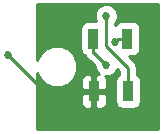
<source format=gbl>
%TF.GenerationSoftware,KiCad,Pcbnew,4.0.7*%
%TF.CreationDate,2017-09-24T07:07:02-05:00*%
%TF.ProjectId,USB_Port_Tester,5553425F506F72745F5465737465722E,1.0*%
%TF.FileFunction,Copper,L2,Bot,Signal*%
%FSLAX46Y46*%
G04 Gerber Fmt 4.6, Leading zero omitted, Abs format (unit mm)*
G04 Created by KiCad (PCBNEW 4.0.7) date 09/24/17 07:07:02*
%MOMM*%
%LPD*%
G01*
G04 APERTURE LIST*
%ADD10C,0.127000*%
%ADD11R,0.900000X1.700000*%
%ADD12C,0.685800*%
%ADD13C,0.254000*%
G04 APERTURE END LIST*
D10*
D11*
X154409000Y-109372000D03*
X151509000Y-109372000D03*
X151458000Y-104902000D03*
X154358000Y-104902000D03*
D12*
X153297900Y-105178100D03*
X152556100Y-102984300D03*
X152556500Y-107137000D03*
X144237100Y-106303200D03*
D13*
X154358000Y-104902000D02*
X153526700Y-104902000D01*
X153526700Y-104949300D02*
X153297900Y-105178100D01*
X153526700Y-104902000D02*
X153526700Y-104949300D01*
X152556100Y-105504500D02*
X152556100Y-102984300D01*
X154409000Y-107357400D02*
X152556100Y-105504500D01*
X154409000Y-109372000D02*
X154409000Y-107357400D01*
X151552800Y-106133300D02*
X152556500Y-107137000D01*
X151458000Y-106133300D02*
X151552800Y-106133300D01*
X151458000Y-104902000D02*
X151458000Y-106133300D01*
X147305900Y-109372000D02*
X144237100Y-106303200D01*
X151509000Y-109372000D02*
X147305900Y-109372000D01*
G36*
X156933900Y-112585500D02*
X146735800Y-112585500D01*
X146735800Y-109657750D01*
X150424000Y-109657750D01*
X150424000Y-110348310D01*
X150520673Y-110581699D01*
X150699302Y-110760327D01*
X150932691Y-110857000D01*
X151223250Y-110857000D01*
X151382000Y-110698250D01*
X151382000Y-109499000D01*
X151636000Y-109499000D01*
X151636000Y-110698250D01*
X151794750Y-110857000D01*
X152085309Y-110857000D01*
X152318698Y-110760327D01*
X152497327Y-110581699D01*
X152594000Y-110348310D01*
X152594000Y-109657750D01*
X152435250Y-109499000D01*
X151636000Y-109499000D01*
X151382000Y-109499000D01*
X150582750Y-109499000D01*
X150424000Y-109657750D01*
X146735800Y-109657750D01*
X146735800Y-107837139D01*
X146915281Y-108271515D01*
X147402918Y-108760004D01*
X148040373Y-109024699D01*
X148730599Y-109025301D01*
X149368515Y-108761719D01*
X149735183Y-108395690D01*
X150424000Y-108395690D01*
X150424000Y-109086250D01*
X150582750Y-109245000D01*
X151382000Y-109245000D01*
X151382000Y-108045750D01*
X151223250Y-107887000D01*
X150932691Y-107887000D01*
X150699302Y-107983673D01*
X150520673Y-108162301D01*
X150424000Y-108395690D01*
X149735183Y-108395690D01*
X149857004Y-108274082D01*
X150121699Y-107636627D01*
X150122301Y-106946401D01*
X149858719Y-106308485D01*
X149371082Y-105819996D01*
X148733627Y-105555301D01*
X148043401Y-105554699D01*
X147405485Y-105818281D01*
X146916996Y-106305918D01*
X146735800Y-106742286D01*
X146735800Y-104052000D01*
X150360560Y-104052000D01*
X150360560Y-105752000D01*
X150404838Y-105987317D01*
X150543910Y-106203441D01*
X150736068Y-106334737D01*
X150754004Y-106424905D01*
X150919185Y-106672115D01*
X151166395Y-106837296D01*
X151182337Y-106840467D01*
X151578513Y-107236643D01*
X151578431Y-107330663D01*
X151726993Y-107690212D01*
X151923438Y-107887000D01*
X151794750Y-107887000D01*
X151636000Y-108045750D01*
X151636000Y-109245000D01*
X152435250Y-109245000D01*
X152594000Y-109086250D01*
X152594000Y-108395690D01*
X152497327Y-108162301D01*
X152449833Y-108114807D01*
X152750163Y-108115069D01*
X153109712Y-107966507D01*
X153385040Y-107691659D01*
X153467366Y-107493397D01*
X153647000Y-107673031D01*
X153647000Y-107968182D01*
X153507559Y-108057910D01*
X153362569Y-108270110D01*
X153311560Y-108522000D01*
X153311560Y-110222000D01*
X153355838Y-110457317D01*
X153494910Y-110673441D01*
X153707110Y-110818431D01*
X153959000Y-110869440D01*
X154859000Y-110869440D01*
X155094317Y-110825162D01*
X155310441Y-110686090D01*
X155455431Y-110473890D01*
X155506440Y-110222000D01*
X155506440Y-108522000D01*
X155462162Y-108286683D01*
X155323090Y-108070559D01*
X155171000Y-107966640D01*
X155171000Y-107357400D01*
X155112996Y-107065795D01*
X154947815Y-106818584D01*
X154528671Y-106399440D01*
X154808000Y-106399440D01*
X155043317Y-106355162D01*
X155259441Y-106216090D01*
X155404431Y-106003890D01*
X155455440Y-105752000D01*
X155455440Y-104052000D01*
X155411162Y-103816683D01*
X155272090Y-103600559D01*
X155059890Y-103455569D01*
X154808000Y-103404560D01*
X153908000Y-103404560D01*
X153672683Y-103448838D01*
X153456559Y-103587910D01*
X153318100Y-103790552D01*
X153318100Y-103605383D01*
X153384640Y-103538959D01*
X153533830Y-103179670D01*
X153534169Y-102790637D01*
X153385607Y-102431088D01*
X153110759Y-102155760D01*
X152751470Y-102006570D01*
X152362437Y-102006231D01*
X152002888Y-102154793D01*
X151727560Y-102429641D01*
X151578370Y-102788930D01*
X151578031Y-103177963D01*
X151671659Y-103404560D01*
X151008000Y-103404560D01*
X150772683Y-103448838D01*
X150556559Y-103587910D01*
X150411569Y-103800110D01*
X150360560Y-104052000D01*
X146735800Y-104052000D01*
X146735800Y-101993700D01*
X156933900Y-101993700D01*
X156933900Y-112585500D01*
X156933900Y-112585500D01*
G37*
X156933900Y-112585500D02*
X146735800Y-112585500D01*
X146735800Y-109657750D01*
X150424000Y-109657750D01*
X150424000Y-110348310D01*
X150520673Y-110581699D01*
X150699302Y-110760327D01*
X150932691Y-110857000D01*
X151223250Y-110857000D01*
X151382000Y-110698250D01*
X151382000Y-109499000D01*
X151636000Y-109499000D01*
X151636000Y-110698250D01*
X151794750Y-110857000D01*
X152085309Y-110857000D01*
X152318698Y-110760327D01*
X152497327Y-110581699D01*
X152594000Y-110348310D01*
X152594000Y-109657750D01*
X152435250Y-109499000D01*
X151636000Y-109499000D01*
X151382000Y-109499000D01*
X150582750Y-109499000D01*
X150424000Y-109657750D01*
X146735800Y-109657750D01*
X146735800Y-107837139D01*
X146915281Y-108271515D01*
X147402918Y-108760004D01*
X148040373Y-109024699D01*
X148730599Y-109025301D01*
X149368515Y-108761719D01*
X149735183Y-108395690D01*
X150424000Y-108395690D01*
X150424000Y-109086250D01*
X150582750Y-109245000D01*
X151382000Y-109245000D01*
X151382000Y-108045750D01*
X151223250Y-107887000D01*
X150932691Y-107887000D01*
X150699302Y-107983673D01*
X150520673Y-108162301D01*
X150424000Y-108395690D01*
X149735183Y-108395690D01*
X149857004Y-108274082D01*
X150121699Y-107636627D01*
X150122301Y-106946401D01*
X149858719Y-106308485D01*
X149371082Y-105819996D01*
X148733627Y-105555301D01*
X148043401Y-105554699D01*
X147405485Y-105818281D01*
X146916996Y-106305918D01*
X146735800Y-106742286D01*
X146735800Y-104052000D01*
X150360560Y-104052000D01*
X150360560Y-105752000D01*
X150404838Y-105987317D01*
X150543910Y-106203441D01*
X150736068Y-106334737D01*
X150754004Y-106424905D01*
X150919185Y-106672115D01*
X151166395Y-106837296D01*
X151182337Y-106840467D01*
X151578513Y-107236643D01*
X151578431Y-107330663D01*
X151726993Y-107690212D01*
X151923438Y-107887000D01*
X151794750Y-107887000D01*
X151636000Y-108045750D01*
X151636000Y-109245000D01*
X152435250Y-109245000D01*
X152594000Y-109086250D01*
X152594000Y-108395690D01*
X152497327Y-108162301D01*
X152449833Y-108114807D01*
X152750163Y-108115069D01*
X153109712Y-107966507D01*
X153385040Y-107691659D01*
X153467366Y-107493397D01*
X153647000Y-107673031D01*
X153647000Y-107968182D01*
X153507559Y-108057910D01*
X153362569Y-108270110D01*
X153311560Y-108522000D01*
X153311560Y-110222000D01*
X153355838Y-110457317D01*
X153494910Y-110673441D01*
X153707110Y-110818431D01*
X153959000Y-110869440D01*
X154859000Y-110869440D01*
X155094317Y-110825162D01*
X155310441Y-110686090D01*
X155455431Y-110473890D01*
X155506440Y-110222000D01*
X155506440Y-108522000D01*
X155462162Y-108286683D01*
X155323090Y-108070559D01*
X155171000Y-107966640D01*
X155171000Y-107357400D01*
X155112996Y-107065795D01*
X154947815Y-106818584D01*
X154528671Y-106399440D01*
X154808000Y-106399440D01*
X155043317Y-106355162D01*
X155259441Y-106216090D01*
X155404431Y-106003890D01*
X155455440Y-105752000D01*
X155455440Y-104052000D01*
X155411162Y-103816683D01*
X155272090Y-103600559D01*
X155059890Y-103455569D01*
X154808000Y-103404560D01*
X153908000Y-103404560D01*
X153672683Y-103448838D01*
X153456559Y-103587910D01*
X153318100Y-103790552D01*
X153318100Y-103605383D01*
X153384640Y-103538959D01*
X153533830Y-103179670D01*
X153534169Y-102790637D01*
X153385607Y-102431088D01*
X153110759Y-102155760D01*
X152751470Y-102006570D01*
X152362437Y-102006231D01*
X152002888Y-102154793D01*
X151727560Y-102429641D01*
X151578370Y-102788930D01*
X151578031Y-103177963D01*
X151671659Y-103404560D01*
X151008000Y-103404560D01*
X150772683Y-103448838D01*
X150556559Y-103587910D01*
X150411569Y-103800110D01*
X150360560Y-104052000D01*
X146735800Y-104052000D01*
X146735800Y-101993700D01*
X156933900Y-101993700D01*
X156933900Y-112585500D01*
M02*

</source>
